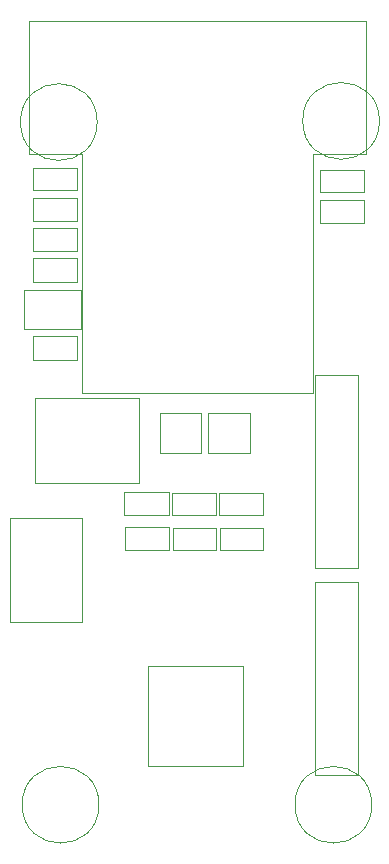
<source format=gbr>
G04 #@! TF.GenerationSoftware,KiCad,Pcbnew,(5.1.9)-1*
G04 #@! TF.CreationDate,2021-01-22T20:27:00+08:00*
G04 #@! TF.ProjectId,esp-break,6573702d-6272-4656-916b-2e6b69636164,rev?*
G04 #@! TF.SameCoordinates,Original*
G04 #@! TF.FileFunction,Other,User*
%FSLAX46Y46*%
G04 Gerber Fmt 4.6, Leading zero omitted, Abs format (unit mm)*
G04 Created by KiCad (PCBNEW (5.1.9)-1) date 2021-01-22 20:27:00*
%MOMM*%
%LPD*%
G01*
G04 APERTURE LIST*
%ADD10C,0.050000*%
G04 APERTURE END LIST*
D10*
X131320000Y-111970000D02*
G75*
G03*
X131320000Y-111970000I-3250000J0D01*
G01*
X108220000Y-111970000D02*
G75*
G03*
X108220000Y-111970000I-3250000J0D01*
G01*
X131970000Y-54070000D02*
G75*
G03*
X131970000Y-54070000I-3250000J0D01*
G01*
X108070000Y-54170000D02*
G75*
G03*
X108070000Y-54170000I-3250000J0D01*
G01*
X106667000Y-68350000D02*
X101867000Y-68350000D01*
X101867000Y-68350000D02*
X101867000Y-71650000D01*
X101867000Y-71650000D02*
X106667000Y-71650000D01*
X106667000Y-71650000D02*
X106667000Y-68350000D01*
X106825000Y-77125000D02*
X106825000Y-56905000D01*
X106825000Y-77125000D02*
X126325000Y-77125000D01*
X126325000Y-56905000D02*
X126325000Y-77125000D01*
X102325000Y-45625000D02*
X130825000Y-45625000D01*
X102325000Y-45625000D02*
X102325000Y-56905000D01*
X130825000Y-45625000D02*
X130825000Y-56905000D01*
X102325000Y-56905000D02*
X106825000Y-56905000D01*
X126325000Y-56905000D02*
X130825000Y-56905000D01*
X112376640Y-108697340D02*
X112376640Y-100197340D01*
X120376640Y-108697340D02*
X112376640Y-108697340D01*
X120376640Y-100197340D02*
X120376640Y-108697340D01*
X112376640Y-100197340D02*
X120376640Y-100197340D01*
X126520800Y-75619200D02*
X126520800Y-91919200D01*
X126520800Y-91919200D02*
X130120800Y-91919200D01*
X130120800Y-91919200D02*
X130120800Y-75619200D01*
X130120800Y-75619200D02*
X126520800Y-75619200D01*
X130120800Y-93119800D02*
X126520800Y-93119800D01*
X130120800Y-109419800D02*
X130120800Y-93119800D01*
X126520800Y-109419800D02*
X130120800Y-109419800D01*
X126520800Y-93119800D02*
X126520800Y-109419800D01*
X116888660Y-82195980D02*
X113388660Y-82195980D01*
X116888660Y-78795980D02*
X116888660Y-82195980D01*
X113388660Y-78795980D02*
X116888660Y-78795980D01*
X113388660Y-82195980D02*
X113388660Y-78795980D01*
X117476300Y-82172740D02*
X117476300Y-78772740D01*
X117476300Y-78772740D02*
X120976300Y-78772740D01*
X120976300Y-78772740D02*
X120976300Y-82172740D01*
X120976300Y-82172740D02*
X117476300Y-82172740D01*
X100652400Y-87675000D02*
X100652400Y-96475000D01*
X106752400Y-96475000D02*
X100652400Y-96475000D01*
X106752400Y-87675000D02*
X106752400Y-96475000D01*
X100652400Y-87675000D02*
X106752400Y-87675000D01*
X111610000Y-77500000D02*
X102810000Y-77500000D01*
X111610000Y-84700000D02*
X111610000Y-77500000D01*
X102810000Y-84700000D02*
X111610000Y-84700000D01*
X102810000Y-77500000D02*
X102810000Y-84700000D01*
X110420000Y-90430000D02*
X110420000Y-88470000D01*
X110420000Y-88470000D02*
X114180000Y-88470000D01*
X114180000Y-88470000D02*
X114180000Y-90430000D01*
X114180000Y-90430000D02*
X110420000Y-90430000D01*
X114130000Y-87480000D02*
X110370000Y-87480000D01*
X114130000Y-85520000D02*
X114130000Y-87480000D01*
X110370000Y-85520000D02*
X114130000Y-85520000D01*
X110370000Y-87480000D02*
X110370000Y-85520000D01*
X106380000Y-63120000D02*
X106380000Y-65080000D01*
X106380000Y-65080000D02*
X102620000Y-65080000D01*
X102620000Y-65080000D02*
X102620000Y-63120000D01*
X102620000Y-63120000D02*
X106380000Y-63120000D01*
X102620000Y-65720000D02*
X106380000Y-65720000D01*
X102620000Y-67680000D02*
X102620000Y-65720000D01*
X106380000Y-67680000D02*
X102620000Y-67680000D01*
X106380000Y-65720000D02*
X106380000Y-67680000D01*
X106380000Y-62530000D02*
X102620000Y-62530000D01*
X106380000Y-60570000D02*
X106380000Y-62530000D01*
X102620000Y-60570000D02*
X106380000Y-60570000D01*
X102620000Y-62530000D02*
X102620000Y-60570000D01*
X102620000Y-74280000D02*
X102620000Y-72320000D01*
X102620000Y-72320000D02*
X106380000Y-72320000D01*
X106380000Y-72320000D02*
X106380000Y-74280000D01*
X106380000Y-74280000D02*
X102620000Y-74280000D01*
X102650000Y-59950000D02*
X102650000Y-58050000D01*
X102650000Y-58050000D02*
X106350000Y-58050000D01*
X106350000Y-58050000D02*
X106350000Y-59950000D01*
X106350000Y-59950000D02*
X102650000Y-59950000D01*
X130650000Y-60800000D02*
X130650000Y-62700000D01*
X130650000Y-62700000D02*
X126950000Y-62700000D01*
X126950000Y-62700000D02*
X126950000Y-60800000D01*
X126950000Y-60800000D02*
X130650000Y-60800000D01*
X118100000Y-87450000D02*
X114400000Y-87450000D01*
X118100000Y-85550000D02*
X118100000Y-87450000D01*
X114400000Y-85550000D02*
X118100000Y-85550000D01*
X114400000Y-87450000D02*
X114400000Y-85550000D01*
X114450000Y-88500000D02*
X118150000Y-88500000D01*
X114450000Y-90400000D02*
X114450000Y-88500000D01*
X118150000Y-90400000D02*
X114450000Y-90400000D01*
X118150000Y-88500000D02*
X118150000Y-90400000D01*
X122100000Y-87450000D02*
X118400000Y-87450000D01*
X122100000Y-85550000D02*
X122100000Y-87450000D01*
X118400000Y-85550000D02*
X122100000Y-85550000D01*
X118400000Y-87450000D02*
X118400000Y-85550000D01*
X118450000Y-90400000D02*
X118450000Y-88500000D01*
X118450000Y-88500000D02*
X122150000Y-88500000D01*
X122150000Y-88500000D02*
X122150000Y-90400000D01*
X122150000Y-90400000D02*
X118450000Y-90400000D01*
X130650000Y-60100000D02*
X126950000Y-60100000D01*
X130650000Y-58200000D02*
X130650000Y-60100000D01*
X126950000Y-58200000D02*
X130650000Y-58200000D01*
X126950000Y-60100000D02*
X126950000Y-58200000D01*
M02*

</source>
